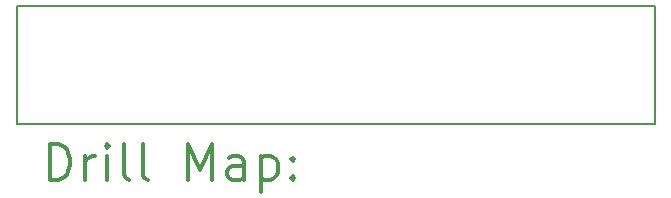
<source format=gbr>
%FSLAX45Y45*%
G04 Gerber Fmt 4.5, Leading zero omitted, Abs format (unit mm)*
G04 Created by KiCad (PCBNEW 5.0.0) date Mon Sep  3 16:09:04 2018*
%MOMM*%
%LPD*%
G01*
G04 APERTURE LIST*
%ADD10C,0.152400*%
%ADD11C,0.200000*%
%ADD12C,0.300000*%
G04 APERTURE END LIST*
D10*
X2500000Y-6000000D02*
X2500000Y-5000000D01*
X7900000Y-6000000D02*
X2500000Y-6000000D01*
X7900000Y-5000000D02*
X7900000Y-6000000D01*
X2500000Y-5000000D02*
X7900000Y-5000000D01*
D11*
D12*
X2778808Y-6473334D02*
X2778808Y-6173334D01*
X2850237Y-6173334D01*
X2893094Y-6187620D01*
X2921666Y-6216191D01*
X2935951Y-6244763D01*
X2950237Y-6301906D01*
X2950237Y-6344763D01*
X2935951Y-6401906D01*
X2921666Y-6430477D01*
X2893094Y-6459049D01*
X2850237Y-6473334D01*
X2778808Y-6473334D01*
X3078808Y-6473334D02*
X3078808Y-6273334D01*
X3078808Y-6330477D02*
X3093094Y-6301906D01*
X3107380Y-6287620D01*
X3135951Y-6273334D01*
X3164523Y-6273334D01*
X3264523Y-6473334D02*
X3264523Y-6273334D01*
X3264523Y-6173334D02*
X3250237Y-6187620D01*
X3264523Y-6201906D01*
X3278808Y-6187620D01*
X3264523Y-6173334D01*
X3264523Y-6201906D01*
X3450237Y-6473334D02*
X3421666Y-6459049D01*
X3407380Y-6430477D01*
X3407380Y-6173334D01*
X3607380Y-6473334D02*
X3578808Y-6459049D01*
X3564523Y-6430477D01*
X3564523Y-6173334D01*
X3950237Y-6473334D02*
X3950237Y-6173334D01*
X4050237Y-6387620D01*
X4150237Y-6173334D01*
X4150237Y-6473334D01*
X4421666Y-6473334D02*
X4421666Y-6316191D01*
X4407380Y-6287620D01*
X4378808Y-6273334D01*
X4321666Y-6273334D01*
X4293094Y-6287620D01*
X4421666Y-6459049D02*
X4393094Y-6473334D01*
X4321666Y-6473334D01*
X4293094Y-6459049D01*
X4278808Y-6430477D01*
X4278808Y-6401906D01*
X4293094Y-6373334D01*
X4321666Y-6359049D01*
X4393094Y-6359049D01*
X4421666Y-6344763D01*
X4564523Y-6273334D02*
X4564523Y-6573334D01*
X4564523Y-6287620D02*
X4593094Y-6273334D01*
X4650237Y-6273334D01*
X4678808Y-6287620D01*
X4693094Y-6301906D01*
X4707380Y-6330477D01*
X4707380Y-6416191D01*
X4693094Y-6444763D01*
X4678808Y-6459049D01*
X4650237Y-6473334D01*
X4593094Y-6473334D01*
X4564523Y-6459049D01*
X4835951Y-6444763D02*
X4850237Y-6459049D01*
X4835951Y-6473334D01*
X4821666Y-6459049D01*
X4835951Y-6444763D01*
X4835951Y-6473334D01*
X4835951Y-6287620D02*
X4850237Y-6301906D01*
X4835951Y-6316191D01*
X4821666Y-6301906D01*
X4835951Y-6287620D01*
X4835951Y-6316191D01*
M02*

</source>
